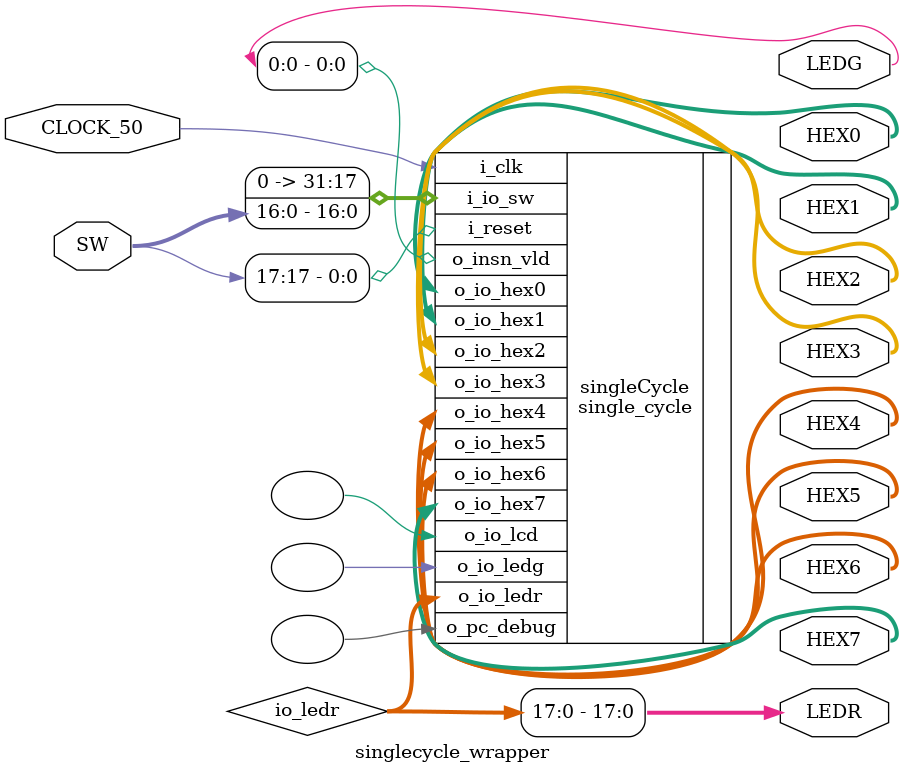
<source format=sv>
`default_nettype none

module singlecycle_wrapper
//import mypkg::*;
(
  input  logic [17:0]      SW      ,

  output logic [17:0]      LEDR    ,
  output logic [7:0]       LEDG    ,

  output logic [6:0]       HEX0    ,
  output logic [6:0]       HEX1    ,
  output logic [6:0]       HEX2    ,
  output logic [6:0]       HEX3    ,
  output logic [6:0]       HEX4    ,
  output logic [6:0]       HEX5    ,
  output logic [6:0]       HEX6    ,
  output logic [6:0]       HEX7    ,

  //output logic [7:0]       LCD_DATA,
  //output logic             LCD_RW  ,
  //output logic             LCD_RS  ,
  //output logic             LCD_EN  ,
  //output logic             LCD_ON  ,

  input  logic             CLOCK_50//,
  
    // output logic [17:0]   SRAM_ADDR,
	  //inout  wire [15:0]    SRAM_DQ  ,
	//  output logic          SRAM_CE_N,
	//  output logic          SRAM_WE_N,
	//  output logic          SRAM_LB_N,
	//  output logic          SRAM_UB_N,
	//  output  logic         SRAM_OE_N
);

  //assign LEDR[17:0] = SW[17:0];

  //logic [31:0]       io_sw  ;
  //logic [31:0]       io_lcd ;
  //logic [31:0]       io_ledg;
  logic [31:0]       io_ledr;
  //logic [31:0]       io_hex0;
  //logic [31:0]       io_hex1;
 // logic [31:0]       io_hex2;
 // logic [31:0]       io_hex3;
 // logic [31:0]       io_hex4;
 // logic [31:0]       io_hex5;
 // logic [31:0]       io_hex6;
 // logic [31:0]       io_hex7;

 // logic [31:0]       pc_debug;

  //assign LEDG[8] = |io_lcd[28:10] || |io_hex0[31:7] || |io_hex1[31:7] || |io_hex2[31:7]
   //                        || |io_hex3[31:7] || |io_hex4[31:7] || |io_hex5[31:7]
   //                        || |io_hex6[31:7] || |io_hex7[31:7] ||  io_ledg[31:8] | io_ledr[31:17];

 // assign HEX0       = io_hex0[6:0];
 // assign HEX1       = io_hex1[6:0];
 // assign HEX2       = io_hex2[6:0];
 // assign HEX3       = io_hex3[6:0];
 // assign HEX4       = io_hex4[6:0];
 // assign HEX5       = io_hex5[6:0];
 // assign HEX6       = io_hex6[6:0];
 // assign HEX7       = io_hex7[6:0];

 // assign LEDG[7:0]  =  io_ledg[7:0];
  assign LEDR[17:0] =  io_ledr[17:0];

//assign LCD_DATA   =  io_lcd[7:0];
 // assign LCD_RW     =  io_lcd[8];
  //assign LCD_RS     =  io_lcd[9];
//  assign LCD_EN     =  io_lcd[10];
//  assign LCD_ON     =  io_lcd[31];

 // assign io_sw      = {{15{1'b0}},SW[16:0]};

  single_cycle singleCycle (
    .i_io_sw   ({{15{1'b0}},SW[16:0]}  ),//
    .o_io_lcd  (  ),//
    .o_io_ledg (),//
    .o_io_ledr (io_ledr ),//
    .o_io_hex0 (HEX0 ),//
    .o_io_hex1 (HEX1 ),
    .o_io_hex2 (HEX2 ),
    .o_io_hex3 (HEX3 ),
    .o_io_hex4 (HEX4 ),
    .o_io_hex5 (HEX5 ),
    .o_io_hex6 (HEX6 ),//
    .o_io_hex7 (HEX7 ),//
    .o_pc_debug(),//
    .i_clk     (CLOCK_50),//
    .i_reset    (SW[17]  ),
	 .o_insn_vld(LEDG[0])//
	  //.SRAM_ADDR(SRAM_ADDR),
	  //.SRAM_DQ(SRAM_DQ) ,
	 // .SRAM_CE_N(SRAM_CE_N),
	 // .SRAM_WE_N(SRAM_WE_N),
	 // .SRAM_LB_N(SRAM_LB_N),
	  //.SRAM_UB_N(SRAM_UB_N),
	 // .SRAM_OE_N(SRAM_OE_N)
  );

endmodule : singlecycle_wrapper

</source>
